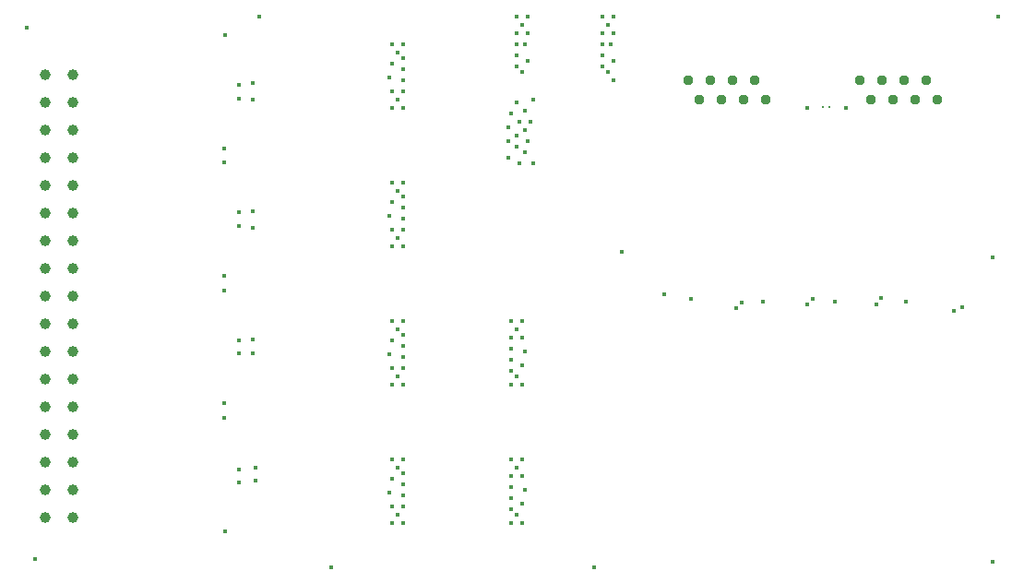
<source format=gbr>
%TF.GenerationSoftware,KiCad,Pcbnew,9.0.0*%
%TF.CreationDate,2025-03-18T16:51:26-04:00*%
%TF.ProjectId,PicoLVDS,5069636f-4c56-4445-932e-6b696361645f,3*%
%TF.SameCoordinates,Original*%
%TF.FileFunction,Plated,1,4,PTH,Drill*%
%TF.FilePolarity,Positive*%
%FSLAX46Y46*%
G04 Gerber Fmt 4.6, Leading zero omitted, Abs format (unit mm)*
G04 Created by KiCad (PCBNEW 9.0.0) date 2025-03-18 16:51:26*
%MOMM*%
%LPD*%
G01*
G04 APERTURE LIST*
%TA.AperFunction,ViaDrill*%
%ADD10C,0.300000*%
%TD*%
%TA.AperFunction,ViaDrill*%
%ADD11C,0.400000*%
%TD*%
%TA.AperFunction,ComponentDrill*%
%ADD12C,0.940000*%
%TD*%
%TA.AperFunction,ComponentDrill*%
%ADD13C,1.000000*%
%TD*%
G04 APERTURE END LIST*
D10*
X105068060Y-46678412D03*
X105720460Y-46678412D03*
D11*
X32004000Y-39370000D03*
X32766000Y-88138000D03*
X50175000Y-50500000D03*
X50175000Y-51800000D03*
X50175000Y-62200000D03*
X50175000Y-63500000D03*
X50175000Y-73900000D03*
X50175000Y-75200000D03*
X50200000Y-40100000D03*
X50200000Y-85600000D03*
X51500000Y-44665000D03*
X51500000Y-45935000D03*
X51500000Y-56365000D03*
X51500000Y-57635000D03*
X51500000Y-68132500D03*
X51500000Y-69267500D03*
X51500000Y-79932500D03*
X51500000Y-81110000D03*
X52750000Y-44500000D03*
X52750000Y-46000000D03*
X52750000Y-56250000D03*
X52750000Y-57750000D03*
X52750000Y-68000000D03*
X52750000Y-69250000D03*
X53000000Y-79750000D03*
X53000000Y-81000000D03*
X53340000Y-38354000D03*
X59944000Y-88900000D03*
X65278000Y-43942000D03*
X65278000Y-56642000D03*
X65278000Y-69342000D03*
X65278000Y-82042000D03*
X65532000Y-40894000D03*
X65532000Y-42672000D03*
X65532000Y-45212000D03*
X65532000Y-46736000D03*
X65532000Y-53594000D03*
X65532000Y-55372000D03*
X65532000Y-57912000D03*
X65532000Y-59436000D03*
X65532000Y-66294000D03*
X65532000Y-68072000D03*
X65532000Y-70612000D03*
X65532000Y-72136000D03*
X65532000Y-78994000D03*
X65532000Y-80772000D03*
X65532000Y-83312000D03*
X65532000Y-84836000D03*
X66040000Y-41656000D03*
X66040000Y-45974000D03*
X66040000Y-54356000D03*
X66040000Y-58674000D03*
X66040000Y-67056000D03*
X66040000Y-71374000D03*
X66040000Y-79756000D03*
X66040000Y-84074000D03*
X66548000Y-40894000D03*
X66548000Y-42164000D03*
X66548000Y-43180000D03*
X66548000Y-44196000D03*
X66548000Y-45212000D03*
X66548000Y-46736000D03*
X66548000Y-53594000D03*
X66548000Y-54864000D03*
X66548000Y-55880000D03*
X66548000Y-56896000D03*
X66548000Y-57912000D03*
X66548000Y-59436000D03*
X66548000Y-66294000D03*
X66548000Y-67564000D03*
X66548000Y-68580000D03*
X66548000Y-69596000D03*
X66548000Y-70612000D03*
X66548000Y-72136000D03*
X66548000Y-78994000D03*
X66548000Y-80264000D03*
X66548000Y-81280000D03*
X66548000Y-82296000D03*
X66548000Y-83312000D03*
X66548000Y-84836000D03*
X76200000Y-48514000D03*
X76200000Y-49784000D03*
X76200000Y-51308000D03*
X76454000Y-47244000D03*
X76493077Y-66294000D03*
X76493077Y-67818000D03*
X76493077Y-68834000D03*
X76493077Y-69850000D03*
X76493077Y-70866000D03*
X76493077Y-72136000D03*
X76493077Y-78994000D03*
X76493077Y-80518000D03*
X76493077Y-81534000D03*
X76493077Y-82550000D03*
X76493077Y-83566000D03*
X76493077Y-84836000D03*
X76962000Y-38354000D03*
X76962000Y-39878000D03*
X76962000Y-40894000D03*
X76962000Y-41910000D03*
X76962000Y-42926000D03*
X76962000Y-46228000D03*
X76962000Y-49276000D03*
X76962000Y-50292000D03*
X77001077Y-67056000D03*
X77001077Y-71374000D03*
X77001077Y-79756000D03*
X77001077Y-84074000D03*
X77216000Y-48006000D03*
X77216000Y-51816000D03*
X77470000Y-39116000D03*
X77470000Y-43434000D03*
X77509077Y-66294000D03*
X77509077Y-67818000D03*
X77509077Y-70358000D03*
X77509077Y-72136000D03*
X77509077Y-78994000D03*
X77509077Y-80518000D03*
X77509077Y-83058000D03*
X77509077Y-84836000D03*
X77724000Y-40894000D03*
X77724000Y-46990000D03*
X77724000Y-48768000D03*
X77724000Y-50800000D03*
X77763077Y-69088000D03*
X77763077Y-81788000D03*
X77978000Y-38354000D03*
X77978000Y-39878000D03*
X77978000Y-42418000D03*
X77978000Y-49784000D03*
X78232000Y-48006000D03*
X78486000Y-45974000D03*
X78486000Y-51816000D03*
X84074000Y-88900000D03*
X84836000Y-38354000D03*
X84836000Y-39878000D03*
X84836000Y-40894000D03*
X84836000Y-41910000D03*
X84836000Y-42926000D03*
X85344000Y-39116000D03*
X85344000Y-43434000D03*
X85598000Y-40894000D03*
X85852000Y-38354000D03*
X85852000Y-39878000D03*
X85852000Y-42418000D03*
X85852000Y-44196000D03*
X86614000Y-59944000D03*
X90551000Y-63881000D03*
X92952500Y-64273500D03*
X97151001Y-65147001D03*
X97659001Y-64639001D03*
X99556500Y-64527500D03*
X103629999Y-64767999D03*
X103632000Y-46736000D03*
X104137999Y-64259999D03*
X106172000Y-64516000D03*
X107188000Y-46736000D03*
X109982000Y-64770000D03*
X110458249Y-64230249D03*
X112722000Y-64544499D03*
X117094000Y-65416001D03*
X117856000Y-65024000D03*
X120650000Y-60452000D03*
X120650000Y-88392000D03*
X121158000Y-38354000D03*
D12*
%TO.C,J2*%
X92713000Y-44196000D03*
X93729000Y-45976000D03*
X94745000Y-44196000D03*
X95761000Y-45976000D03*
X96777000Y-44196000D03*
X97793000Y-45976000D03*
X98809000Y-44196000D03*
X99825000Y-45976000D03*
X108463000Y-44196000D03*
X109479000Y-45976000D03*
X110495000Y-44196000D03*
X111511000Y-45976000D03*
X112527000Y-44196000D03*
X113543000Y-45976000D03*
X114559000Y-44196000D03*
X115575000Y-45976000D03*
D13*
%TO.C,J1*%
X33750000Y-43740000D03*
X33750000Y-46280000D03*
X33750000Y-48820000D03*
X33750000Y-51360000D03*
X33750000Y-53900000D03*
X33750000Y-56440000D03*
X33750000Y-58980000D03*
X33750000Y-61520000D03*
X33750000Y-64060000D03*
X33750000Y-66600000D03*
X33750000Y-69140000D03*
X33750000Y-71680000D03*
X33750000Y-74220000D03*
X33750000Y-76760000D03*
X33750000Y-79300000D03*
X33750000Y-81840000D03*
X33750000Y-84380000D03*
X36290000Y-43740000D03*
X36290000Y-46280000D03*
X36290000Y-48820000D03*
X36290000Y-51360000D03*
X36290000Y-53900000D03*
X36290000Y-56440000D03*
X36290000Y-58980000D03*
X36290000Y-61520000D03*
X36290000Y-64060000D03*
X36290000Y-66600000D03*
X36290000Y-69140000D03*
X36290000Y-71680000D03*
X36290000Y-74220000D03*
X36290000Y-76760000D03*
X36290000Y-79300000D03*
X36290000Y-81840000D03*
X36290000Y-84380000D03*
M02*

</source>
